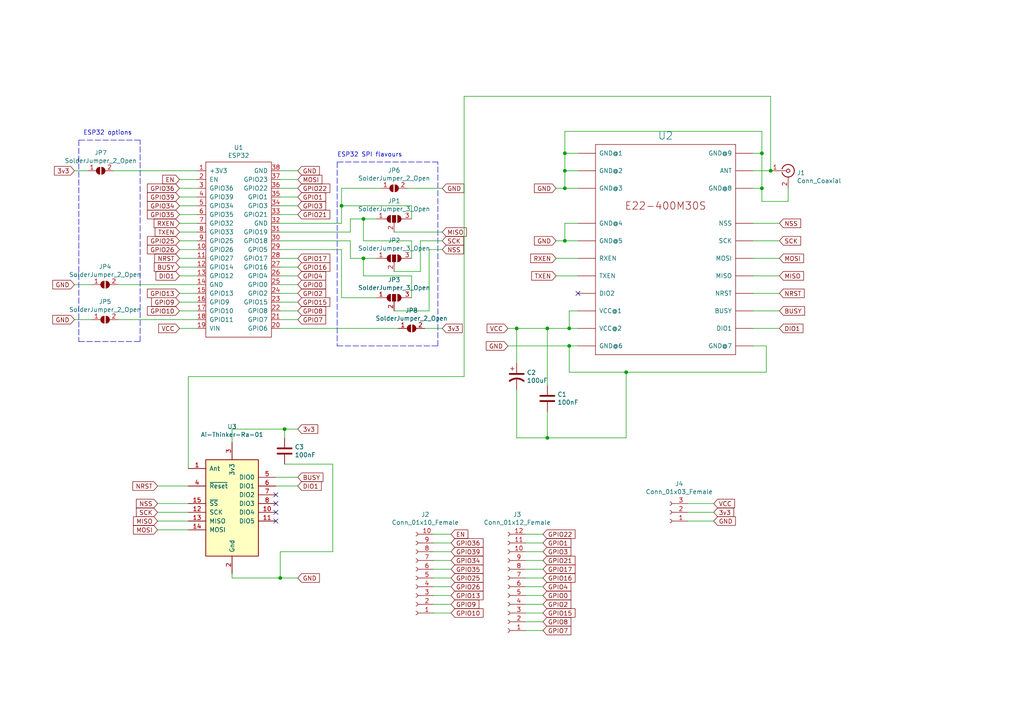
<source format=kicad_sch>
(kicad_sch (version 20211123) (generator eeschema)
  (paper "A4")
  (lib_symbols
    (symbol "Connector:Conn_01x03_Female" (pin_names (offset 1.016) hide)
      (property "Reference" "J" (at 0 5.08 0))
      (property "Value" "Conn_01x03_Female" (at 0 -5.08 0))
      (symbol "Conn_01x03_Female_1_1"
        (arc (start 0 -2.032) (mid -0.508 -2.54) (end 0 -3.048) (stroke (width 0.1524)))
        (polyline (pts (xy -1.27 -2.54) (xy -0.508 -2.54)) (stroke (width 0.1524)))
        (polyline (pts (xy -1.27 0) (xy -0.508 0)) (stroke (width 0.1524)))
        (polyline (pts (xy -1.27 2.54) (xy -0.508 2.54)) (stroke (width 0.1524)))
        (arc (start 0 0.508) (mid -0.508 0) (end 0 -0.508) (stroke (width 0.1524)))
        (arc (start 0 3.048) (mid -0.508 2.54) (end 0 2.032) (stroke (width 0.1524)))
        (pin passive line (at -5.08 2.54 0) (length 3.81) (name "Pin_1") (number "1"))
        (pin passive line (at -5.08 0 0) (length 3.81) (name "Pin_2") (number "2"))
        (pin passive line (at -5.08 -2.54 0) (length 3.81) (name "Pin_3") (number "3"))
      )
    )
    (symbol "Connector:Conn_01x10_Female" (pin_names (offset 1.016) hide)
      (property "Reference" "J" (at 0 12.7 0))
      (property "Value" "Conn_01x10_Female" (at 0 -15.24 0))
      (symbol "Conn_01x10_Female_1_1"
        (arc (start 0 -12.192) (mid -0.508 -12.7) (end 0 -13.208) (stroke (width 0.1524)))
        (arc (start 0 -9.652) (mid -0.508 -10.16) (end 0 -10.668) (stroke (width 0.1524)))
        (arc (start 0 -7.112) (mid -0.508 -7.62) (end 0 -8.128) (stroke (width 0.1524)))
        (arc (start 0 -4.572) (mid -0.508 -5.08) (end 0 -5.588) (stroke (width 0.1524)))
        (arc (start 0 -2.032) (mid -0.508 -2.54) (end 0 -3.048) (stroke (width 0.1524)))
        (polyline (pts (xy -1.27 -12.7) (xy -0.508 -12.7)) (stroke (width 0.1524)))
        (polyline (pts (xy -1.27 -10.16) (xy -0.508 -10.16)) (stroke (width 0.1524)))
        (polyline (pts (xy -1.27 -7.62) (xy -0.508 -7.62)) (stroke (width 0.1524)))
        (polyline (pts (xy -1.27 -5.08) (xy -0.508 -5.08)) (stroke (width 0.1524)))
        (polyline (pts (xy -1.27 -2.54) (xy -0.508 -2.54)) (stroke (width 0.1524)))
        (polyline (pts (xy -1.27 0) (xy -0.508 0)) (stroke (width 0.1524)))
        (polyline (pts (xy -1.27 2.54) (xy -0.508 2.54)) (stroke (width 0.1524)))
        (polyline (pts (xy -1.27 5.08) (xy -0.508 5.08)) (stroke (width 0.1524)))
        (polyline (pts (xy -1.27 7.62) (xy -0.508 7.62)) (stroke (width 0.1524)))
        (polyline (pts (xy -1.27 10.16) (xy -0.508 10.16)) (stroke (width 0.1524)))
        (arc (start 0 0.508) (mid -0.508 0) (end 0 -0.508) (stroke (width 0.1524)))
        (arc (start 0 3.048) (mid -0.508 2.54) (end 0 2.032) (stroke (width 0.1524)))
        (arc (start 0 5.588) (mid -0.508 5.08) (end 0 4.572) (stroke (width 0.1524)))
        (arc (start 0 8.128) (mid -0.508 7.62) (end 0 7.112) (stroke (width 0.1524)))
        (arc (start 0 10.668) (mid -0.508 10.16) (end 0 9.652) (stroke (width 0.1524)))
        (pin passive line (at -5.08 10.16 0) (length 3.81) (name "Pin_1") (number "1"))
        (pin passive line (at -5.08 -12.7 0) (length 3.81) (name "Pin_10") (number "10"))
        (pin passive line (at -5.08 7.62 0) (length 3.81) (name "Pin_2") (number "2"))
        (pin passive line (at -5.08 5.08 0) (length 3.81) (name "Pin_3") (number "3"))
        (pin passive line (at -5.08 2.54 0) (length 3.81) (name "Pin_4") (number "4"))
        (pin passive line (at -5.08 0 0) (length 3.81) (name "Pin_5") (number "5"))
        (pin passive line (at -5.08 -2.54 0) (length 3.81) (name "Pin_6") (number "6"))
        (pin passive line (at -5.08 -5.08 0) (length 3.81) (name "Pin_7") (number "7"))
        (pin passive line (at -5.08 -7.62 0) (length 3.81) (name "Pin_8") (number "8"))
        (pin passive line (at -5.08 -10.16 0) (length 3.81) (name "Pin_9") (number "9"))
      )
    )
    (symbol "Connector:Conn_01x12_Female" (pin_names (offset 1.016) hide)
      (property "Reference" "J" (at 0 15.24 0))
      (property "Value" "Conn_01x12_Female" (at 0 -17.78 0))
      (symbol "Conn_01x12_Female_1_1"
        (arc (start 0 -14.732) (mid -0.508 -15.24) (end 0 -15.748) (stroke (width 0.1524)))
        (arc (start 0 -12.192) (mid -0.508 -12.7) (end 0 -13.208) (stroke (width 0.1524)))
        (arc (start 0 -9.652) (mid -0.508 -10.16) (end 0 -10.668) (stroke (width 0.1524)))
        (arc (start 0 -7.112) (mid -0.508 -7.62) (end 0 -8.128) (stroke (width 0.1524)))
        (arc (start 0 -4.572) (mid -0.508 -5.08) (end 0 -5.588) (stroke (width 0.1524)))
        (arc (start 0 -2.032) (mid -0.508 -2.54) (end 0 -3.048) (stroke (width 0.1524)))
        (polyline (pts (xy -1.27 -15.24) (xy -0.508 -15.24)) (stroke (width 0.1524)))
        (polyline (pts (xy -1.27 -12.7) (xy -0.508 -12.7)) (stroke (width 0.1524)))
        (polyline (pts (xy -1.27 -10.16) (xy -0.508 -10.16)) (stroke (width 0.1524)))
        (polyline (pts (xy -1.27 -7.62) (xy -0.508 -7.62)) (stroke (width 0.1524)))
        (polyline (pts (xy -1.27 -5.08) (xy -0.508 -5.08)) (stroke (width 0.1524)))
        (polyline (pts (xy -1.27 -2.54) (xy -0.508 -2.54)) (stroke (width 0.1524)))
        (polyline (pts (xy -1.27 0) (xy -0.508 0)) (stroke (width 0.1524)))
        (polyline (pts (xy -1.27 2.54) (xy -0.508 2.54)) (stroke (width 0.1524)))
        (polyline (pts (xy -1.27 5.08) (xy -0.508 5.08)) (stroke (width 0.1524)))
        (polyline (pts (xy -1.27 7.62) (xy -0.508 7.62)) (stroke (width 0.1524)))
        (polyline (pts (xy -1.27 10.16) (xy -0.508 10.16)) (stroke (width 0.1524)))
        (polyline (pts (xy -1.27 12.7) (xy -0.508 12.7)) (stroke (width 0.1524)))
        (arc (start 0 0.508) (mid -0.508 0) (end 0 -0.508) (stroke (width 0.1524)))
        (arc (start 0 3.048) (mid -0.508 2.54) (end 0 2.032) (stroke (width 0.1524)))
        (arc (start 0 5.588) (mid -0.508 5.08) (end 0 4.572) (stroke (width 0.1524)))
        (arc (start 0 8.128) (mid -0.508 7.62) (end 0 7.112) (stroke (width 0.1524)))
        (arc (start 0 10.668) (mid -0.508 10.16) (end 0 9.652) (stroke (width 0.1524)))
        (arc (start 0 13.208) (mid -0.508 12.7) (end 0 12.192) (stroke (width 0.1524)))
        (pin passive line (at -5.08 12.7 0) (length 3.81) (name "Pin_1") (number "1"))
        (pin passive line (at -5.08 -10.16 0) (length 3.81) (name "Pin_10") (number "10"))
        (pin passive line (at -5.08 -12.7 0) (length 3.81) (name "Pin_11") (number "11"))
        (pin passive line (at -5.08 -15.24 0) (length 3.81) (name "Pin_12") (number "12"))
        (pin passive line (at -5.08 10.16 0) (length 3.81) (name "Pin_2") (number "2"))
        (pin passive line (at -5.08 7.62 0) (length 3.81) (name "Pin_3") (number "3"))
        (pin passive line (at -5.08 5.08 0) (length 3.81) (name "Pin_4") (number "4"))
        (pin passive line (at -5.08 2.54 0) (length 3.81) (name "Pin_5") (number "5"))
        (pin passive line (at -5.08 0 0) (length 3.81) (name "Pin_6") (number "6"))
        (pin passive line (at -5.08 -2.54 0) (length 3.81) (name "Pin_7") (number "7"))
        (pin passive line (at -5.08 -5.08 0) (length 3.81) (name "Pin_8") (number "8"))
        (pin passive line (at -5.08 -7.62 0) (length 3.81) (name "Pin_9") (number "9"))
      )
    )
    (symbol "Connector:Conn_Coaxial" (pin_names (offset 1.016) hide)
      (property "Reference" "J" (at 0.254 3.048 0))
      (property "Value" "Conn_Coaxial" (at 2.921 0 90))
      (symbol "Conn_Coaxial_0_1"
        (arc (start -1.778 -0.508) (mid 0.2311 -1.8066) (end 1.778 0) (stroke (width 0.254)))
        (polyline (pts (xy -2.54 0) (xy -0.508 0)))
        (polyline (pts (xy 0 -2.54) (xy 0 -1.778)))
        (circle (center 0 0) (radius 0.508) (stroke (width 0.2032)))
        (arc (start 1.778 0) (mid 0.2099 1.8101) (end -1.778 0.508) (stroke (width 0.254)))
      )
      (symbol "Conn_Coaxial_1_1"
        (pin passive line (at -5.08 0 0) (length 2.54) (name "In") (number "1"))
        (pin passive line (at 0 -5.08 90) (length 2.54) (name "Ext") (number "2"))
      )
    )
    (symbol "Device:C" (pin_numbers hide) (pin_names (offset 0.254))
      (property "Reference" "C" (at 0.635 2.54 0))
      (property "Value" "C" (at 0.635 -2.54 0))
      (symbol "C_0_1"
        (polyline (pts (xy -2.032 -0.762) (xy 2.032 -0.762)) (stroke (width 0.508)))
        (polyline (pts (xy -2.032 0.762) (xy 2.032 0.762)) (stroke (width 0.508)))
      )
      (symbol "C_1_1"
        (pin passive line (at 0 3.81 270) (length 2.794) (name "~") (number "1"))
        (pin passive line (at 0 -3.81 90) (length 2.794) (name "~") (number "2"))
      )
    )
    (symbol "Jumper:SolderJumper_2_Open" (pin_names (offset 0) hide)
      (property "Reference" "JP" (at 0 2.032 0))
      (property "Value" "SolderJumper_2_Open" (at 0 -2.54 0))
      (symbol "SolderJumper_2_Open_0_1"
        (arc (start -0.254 1.016) (mid -1.27 0) (end -0.254 -1.016))
        (arc (start -0.254 1.016) (mid -1.27 0) (end -0.254 -1.016) (fill (type outline)))
        (polyline (pts (xy -0.254 1.016) (xy -0.254 -1.016)))
        (polyline (pts (xy 0.254 1.016) (xy 0.254 -1.016)))
        (arc (start 0.254 -1.016) (mid 1.27 0) (end 0.254 1.016))
        (arc (start 0.254 -1.016) (mid 1.27 0) (end 0.254 1.016) (fill (type outline)))
      )
      (symbol "SolderJumper_2_Open_1_1"
        (pin passive line (at -3.81 0 0) (length 2.54) (name "A") (number "1"))
        (pin passive line (at 3.81 0 180) (length 2.54) (name "B") (number "2"))
      )
    )
    (symbol "lora_tracker-rescue:Ai-Thinker-Ra-01-RF_Module" (pin_names (offset 1.016))
      (property "Reference" "U" (at 2.54 17.78 0))
      (property "Value" "Ai-Thinker-Ra-01-RF_Module" (at 10.16 -13.97 0))
      (symbol "Ai-Thinker-Ra-01-RF_Module_0_1"
        (rectangle (start -7.62 15.24) (end 7.62 -12.7) (stroke (width 0.254)) (fill (type background)))
      )
      (symbol "Ai-Thinker-Ra-01-RF_Module_1_1"
        (pin input line (at -12.7 12.7 0) (length 5.08) (name "Ant") (number "1"))
        (pin bidirectional line (at 12.7 0 180) (length 5.08) (name "DIO4") (number "10"))
        (pin bidirectional line (at 12.7 -2.54 180) (length 5.08) (name "DIO5") (number "11"))
        (pin bidirectional line (at -12.7 0 0) (length 5.08) (name "SCK") (number "12"))
        (pin output line (at -12.7 -2.54 0) (length 5.08) (name "MISO") (number "13"))
        (pin input line (at -12.7 -5.08 0) (length 5.08) (name "MOSI") (number "14"))
        (pin input line (at -12.7 2.54 0) (length 5.08) (name "~{SS}") (number "15"))
        (pin passive line (at 0 -17.78 90) (length 5.08) hide (name "Gnd") (number "16"))
        (pin power_in line (at 0 -17.78 90) (length 5.08) (name "Gnd") (number "2"))
        (pin power_in line (at 0 20.32 270) (length 5.08) (name "3v3") (number "3"))
        (pin input line (at -12.7 7.62 0) (length 5.08) (name "~{Reset}") (number "4"))
        (pin bidirectional line (at 12.7 10.16 180) (length 5.08) (name "DIO0") (number "5"))
        (pin bidirectional line (at 12.7 7.62 180) (length 5.08) (name "DIO1") (number "6"))
        (pin bidirectional line (at 12.7 5.08 180) (length 5.08) (name "DIO2") (number "7"))
        (pin bidirectional line (at 12.7 2.54 180) (length 5.08) (name "DIO3") (number "8"))
        (pin passive line (at 0 -17.78 90) (length 5.08) hide (name "Gnd") (number "9"))
      )
    )
    (symbol "lora_tracker-rescue:CP1-Device" (pin_numbers hide) (pin_names (offset 0.254) hide)
      (property "Reference" "C" (at 0.635 2.54 0))
      (property "Value" "CP1-Device" (at 0.635 -2.54 0))
      (symbol "CP1-Device_0_1"
        (polyline (pts (xy -2.032 0.762) (xy 2.032 0.762)) (stroke (width 0.508)))
        (polyline (pts (xy -1.778 2.286) (xy -0.762 2.286)))
        (polyline (pts (xy -1.27 1.778) (xy -1.27 2.794)))
        (arc (start 2.032 -1.27) (mid 0 -0.5572) (end -2.032 -1.27) (stroke (width 0.508)))
      )
      (symbol "CP1-Device_1_1"
        (pin passive line (at 0 3.81 270) (length 2.794) (name "~") (number "1"))
        (pin passive line (at 0 -3.81 90) (length 3.302) (name "~") (number "2"))
      )
    )
    (symbol "lora_tracker-rescue:SolderJumper_3_Open-Jumper" (pin_names (offset 0) hide)
      (property "Reference" "JP" (at -2.54 -2.54 0))
      (property "Value" "SolderJumper_3_Open-Jumper" (at 0 2.794 0))
      (symbol "SolderJumper_3_Open-Jumper_0_1"
        (arc (start -1.016 1.016) (mid -2.032 0) (end -1.016 -1.016))
        (arc (start -1.016 1.016) (mid -2.032 0) (end -1.016 -1.016) (fill (type outline)))
        (rectangle (start -0.508 1.016) (end 0.508 -1.016) (fill (type outline)))
        (polyline (pts (xy -2.54 0) (xy -2.032 0)))
        (polyline (pts (xy -1.016 1.016) (xy -1.016 -1.016)))
        (polyline (pts (xy 0 -1.27) (xy 0 -1.016)))
        (polyline (pts (xy 1.016 1.016) (xy 1.016 -1.016)))
        (polyline (pts (xy 2.54 0) (xy 2.032 0)))
        (arc (start 1.016 -1.016) (mid 2.032 0) (end 1.016 1.016))
        (arc (start 1.016 -1.016) (mid 2.032 0) (end 1.016 1.016) (fill (type outline)))
      )
      (symbol "SolderJumper_3_Open-Jumper_1_1"
        (pin passive line (at -5.08 0 0) (length 2.54) (name "A") (number "1"))
        (pin input line (at 0 -3.81 90) (length 2.54) (name "C") (number "2"))
        (pin passive line (at 5.08 0 180) (length 2.54) (name "B") (number "3"))
      )
    )
    (symbol "lora_tracker:E22-400M30S" (pin_names (offset 1.016))
      (property "Reference" "U" (at -20.32 33.02 0))
      (symbol "E22-400M30S_1_0"
        (polyline (pts (xy -20.32 -30.48) (xy 20.32 -30.48)))
        (polyline (pts (xy -20.32 30.48) (xy -20.32 -30.48)))
        (polyline (pts (xy 20.32 -30.48) (xy 20.32 30.48)))
        (polyline (pts (xy 20.32 30.48) (xy -20.32 30.48)))
        (text "E22-400M30S" (at 0 12.7 0) (effects (font (size 2.159 2.159))))
        (pin bidirectional line (at -25.4 27.94 0) (length 5.08) (name "GND@1") (number "1"))
        (pin bidirectional line (at -25.4 -22.86 0) (length 5.08) (name "VCC@2") (number "10"))
        (pin bidirectional line (at -25.4 -27.94 0) (length 5.08) (name "GND@6") (number "11"))
        (pin bidirectional line (at 25.4 -27.94 180) (length 5.08) (name "GND@7") (number "12"))
        (pin bidirectional line (at 25.4 -22.86 180) (length 5.08) (name "DIO1") (number "13"))
        (pin bidirectional line (at 25.4 -17.78 180) (length 5.08) (name "BUSY") (number "14"))
        (pin bidirectional line (at 25.4 -12.7 180) (length 5.08) (name "NRST") (number "15"))
        (pin bidirectional line (at 25.4 -7.62 180) (length 5.08) (name "MISO") (number "16"))
        (pin bidirectional line (at 25.4 -2.54 180) (length 5.08) (name "MOSI") (number "17"))
        (pin bidirectional line (at 25.4 2.54 180) (length 5.08) (name "SCK") (number "18"))
        (pin bidirectional line (at 25.4 7.62 180) (length 5.08) (name "NSS") (number "19"))
        (pin bidirectional line (at -25.4 22.86 0) (length 5.08) (name "GND@2") (number "2"))
        (pin bidirectional line (at 25.4 17.78 180) (length 5.08) (name "GND@8") (number "20"))
        (pin bidirectional line (at 25.4 22.86 180) (length 5.08) (name "ANT") (number "21"))
        (pin bidirectional line (at 25.4 27.94 180) (length 5.08) (name "GND@9") (number "22"))
        (pin bidirectional line (at -25.4 17.78 0) (length 5.08) (name "GND@3") (number "3"))
        (pin bidirectional line (at -25.4 7.62 0) (length 5.08) (name "GND@4") (number "4"))
        (pin bidirectional line (at -25.4 2.54 0) (length 5.08) (name "GND@5") (number "5"))
        (pin bidirectional line (at -25.4 -2.54 0) (length 5.08) (name "RXEN") (number "6"))
        (pin bidirectional line (at -25.4 -7.62 0) (length 5.08) (name "TXEN") (number "7"))
        (pin bidirectional line (at -25.4 -12.7 0) (length 5.08) (name "DIO2") (number "8"))
        (pin bidirectional line (at -25.4 -17.78 0) (length 5.08) (name "VCC@1") (number "9"))
      )
    )
    (symbol "lora_tracker:ESP32" (pin_names (offset 1.016))
      (property "Reference" "U" (at 1.27 3.81 0))
      (property "Value" "ESP32" (at 1.27 1.27 0))
      (symbol "ESP32_0_1"
        (rectangle (start -7.62 0) (end 11.43 -50.8))
      )
      (symbol "ESP32_1_1"
        (pin input line (at -10.16 -2.54 0) (length 2.54) (name "+3V3") (number "1"))
        (pin input line (at -10.16 -25.4 0) (length 2.54) (name "GPIO26") (number "10"))
        (pin input line (at -10.16 -27.94 0) (length 2.54) (name "GPIO27") (number "11"))
        (pin input line (at -10.16 -30.48 0) (length 2.54) (name "GPIO14") (number "12"))
        (pin input line (at -10.16 -33.02 0) (length 2.54) (name "GPIO12") (number "13"))
        (pin input line (at -10.16 -35.56 0) (length 2.54) (name "GND") (number "14"))
        (pin input line (at -10.16 -38.1 0) (length 2.54) (name "GPIO13") (number "15"))
        (pin input line (at -10.16 -40.64 0) (length 2.54) (name "GPIO9") (number "16"))
        (pin input line (at -10.16 -43.18 0) (length 2.54) (name "GPIO10") (number "17"))
        (pin input line (at -10.16 -45.72 0) (length 2.54) (name "GPIO11") (number "18"))
        (pin input line (at -10.16 -48.26 0) (length 2.54) (name "VIN") (number "19"))
        (pin input line (at -10.16 -5.08 0) (length 2.54) (name "EN") (number "2"))
        (pin input line (at 13.97 -48.26 180) (length 2.54) (name "GPIO6") (number "20"))
        (pin input line (at 13.97 -45.72 180) (length 2.54) (name "GPIO7") (number "21"))
        (pin input line (at 13.97 -43.18 180) (length 2.54) (name "GPIO8") (number "22"))
        (pin input line (at 13.97 -40.64 180) (length 2.54) (name "GPIO15") (number "23"))
        (pin input line (at 13.97 -38.1 180) (length 2.54) (name "GPIO2") (number "24"))
        (pin input line (at 13.97 -35.56 180) (length 2.54) (name "GPIO0") (number "25"))
        (pin input line (at 13.97 -33.02 180) (length 2.54) (name "GPIO4") (number "26"))
        (pin input line (at 13.97 -30.48 180) (length 2.54) (name "GPIO16") (number "27"))
        (pin input line (at 13.97 -27.94 180) (length 2.54) (name "GPIO17") (number "28"))
        (pin input line (at 13.97 -25.4 180) (length 2.54) (name "GPIO5") (number "29"))
        (pin input line (at -10.16 -7.62 0) (length 2.54) (name "GPIO36") (number "3"))
        (pin input line (at 13.97 -22.86 180) (length 2.54) (name "GPIO18") (number "30"))
        (pin input line (at 13.97 -20.32 180) (length 2.54) (name "GPIO19") (number "31"))
        (pin input line (at 13.97 -17.78 180) (length 2.54) (name "GND") (number "32"))
        (pin input line (at 13.97 -15.24 180) (length 2.54) (name "GPIO21") (number "33"))
        (pin input line (at 13.97 -12.7 180) (length 2.54) (name "GPIO3") (number "34"))
        (pin input line (at 13.97 -10.16 180) (length 2.54) (name "GPIO1") (number "35"))
        (pin input line (at 13.97 -7.62 180) (length 2.54) (name "GPIO22") (number "36"))
        (pin input line (at 13.97 -5.08 180) (length 2.54) (name "GPIO23") (number "37"))
        (pin input line (at 13.97 -2.54 180) (length 2.54) (name "GND") (number "38"))
        (pin input line (at -10.16 -10.16 0) (length 2.54) (name "GPIO39") (number "4"))
        (pin input line (at -10.16 -12.7 0) (length 2.54) (name "GPIO34") (number "5"))
        (pin input line (at -10.16 -15.24 0) (length 2.54) (name "GPIO35") (number "6"))
        (pin input line (at -10.16 -17.78 0) (length 2.54) (name "GPIO32") (number "7"))
        (pin input line (at -10.16 -20.32 0) (length 2.54) (name "GPIO33") (number "8"))
        (pin input line (at -10.16 -22.86 0) (length 2.54) (name "GPIO25") (number "9"))
      )
    )
  )
  (junction (at 163.83 69.85))
  (junction (at 165.1 100.33))
  (junction (at 220.98 54.61))
  (junction (at 149.86 95.25))
  (junction (at 165.1 95.25))
  (junction (at 158.75 127))
  (junction (at 158.75 95.25))
  (junction (at 99.06 59.69))
  (junction (at 105.41 63.5))
  (junction (at 81.28 167.64))
  (junction (at 82.55 124.46))
  (junction (at 223.52 49.53))
  (junction (at 220.98 44.45))
  (junction (at 163.83 44.45))
  (junction (at 181.61 107.95))
  (junction (at 163.83 54.61))
  (junction (at 163.83 49.53))
  (junction (at 105.41 74.93))
  (no_connect (at 80.01 151.13))
  (no_connect (at 80.01 146.05))
  (no_connect (at 80.01 143.51))
  (no_connect (at 167.64 85.09))
  (no_connect (at 80.01 148.59))
  (wire (pts (xy 163.83 49.53) (xy 163.83 54.61)))
  (wire (pts (xy 167.64 64.77) (xy 163.83 64.77)))
  (wire (pts (xy 86.36 138.43) (xy 80.01 138.43)))
  (wire (pts (xy 52.07 52.07) (xy 57.15 52.07)))
  (wire (pts (xy 81.28 95.25) (xy 115.57 95.25)))
  (wire (pts (xy 128.27 67.31) (xy 114.3 67.31)))
  (wire (pts (xy 165.1 100.33) (xy 167.64 100.33)))
  (wire (pts (xy 52.07 72.39) (xy 57.15 72.39)))
  (wire (pts (xy 33.02 49.53) (xy 57.15 49.53)))
  (polyline (pts (xy 22.86 40.64) (xy 22.86 99.06)))
  (wire (pts (xy 96.52 160.02) (xy 81.28 160.02)))
  (wire (pts (xy 149.86 95.25) (xy 158.75 95.25)))
  (wire (pts (xy 220.98 58.42) (xy 220.98 54.61)))
  (wire (pts (xy 152.4 160.02) (xy 157.48 160.02)))
  (wire (pts (xy 81.28 69.85) (xy 101.6 69.85)))
  (polyline (pts (xy 97.79 46.99) (xy 97.79 100.33)))
  (wire (pts (xy 152.4 175.26) (xy 157.48 175.26)))
  (wire (pts (xy 99.06 59.69) (xy 99.06 64.77)))
  (wire (pts (xy 81.28 82.55) (xy 86.36 82.55)))
  (wire (pts (xy 163.83 64.77) (xy 163.83 69.85)))
  (wire (pts (xy 152.4 154.94) (xy 157.48 154.94)))
  (wire (pts (xy 163.83 54.61) (xy 161.29 54.61)))
  (wire (pts (xy 121.92 78.74) (xy 114.3 78.74)))
  (wire (pts (xy 57.15 90.17) (xy 52.07 90.17)))
  (wire (pts (xy 218.44 90.17) (xy 226.06 90.17)))
  (wire (pts (xy 158.75 119.38) (xy 158.75 127)))
  (wire (pts (xy 125.73 177.8) (xy 130.81 177.8)))
  (wire (pts (xy 52.07 62.23) (xy 57.15 62.23)))
  (wire (pts (xy 152.4 165.1) (xy 157.48 165.1)))
  (wire (pts (xy 81.28 67.31) (xy 101.6 67.31)))
  (wire (pts (xy 110.49 54.61) (xy 99.06 54.61)))
  (wire (pts (xy 81.28 64.77) (xy 99.06 64.77)))
  (wire (pts (xy 161.29 69.85) (xy 163.83 69.85)))
  (wire (pts (xy 45.72 140.97) (xy 54.61 140.97)))
  (wire (pts (xy 105.41 80.01) (xy 105.41 74.93)))
  (wire (pts (xy 167.64 54.61) (xy 163.83 54.61)))
  (wire (pts (xy 152.4 170.18) (xy 157.48 170.18)))
  (wire (pts (xy 109.22 63.5) (xy 105.41 63.5)))
  (wire (pts (xy 163.83 44.45) (xy 163.83 49.53)))
  (wire (pts (xy 222.25 107.95) (xy 222.25 100.33)))
  (wire (pts (xy 81.28 49.53) (xy 86.36 49.53)))
  (wire (pts (xy 220.98 38.1) (xy 220.98 44.45)))
  (wire (pts (xy 165.1 90.17) (xy 165.1 95.25)))
  (wire (pts (xy 149.86 127) (xy 158.75 127)))
  (wire (pts (xy 81.28 87.63) (xy 86.36 87.63)))
  (wire (pts (xy 119.38 59.69) (xy 99.06 59.69)))
  (wire (pts (xy 57.15 87.63) (xy 52.07 87.63)))
  (wire (pts (xy 124.46 72.39) (xy 124.46 90.17)))
  (wire (pts (xy 128.27 72.39) (xy 124.46 72.39)))
  (wire (pts (xy 34.29 82.55) (xy 57.15 82.55)))
  (wire (pts (xy 81.28 62.23) (xy 86.36 62.23)))
  (wire (pts (xy 228.6 58.42) (xy 220.98 58.42)))
  (wire (pts (xy 167.64 44.45) (xy 163.83 44.45)))
  (wire (pts (xy 130.81 154.94) (xy 125.73 154.94)))
  (wire (pts (xy 52.07 57.15) (xy 57.15 57.15)))
  (wire (pts (xy 218.44 74.93) (xy 226.06 74.93)))
  (wire (pts (xy 96.52 134.62) (xy 96.52 160.02)))
  (wire (pts (xy 167.64 80.01) (xy 161.29 80.01)))
  (wire (pts (xy 125.73 172.72) (xy 130.81 172.72)))
  (wire (pts (xy 86.36 140.97) (xy 80.01 140.97)))
  (wire (pts (xy 220.98 54.61) (xy 220.98 44.45)))
  (wire (pts (xy 128.27 69.85) (xy 121.92 69.85)))
  (wire (pts (xy 99.06 54.61) (xy 99.06 59.69)))
  (wire (pts (xy 125.73 165.1) (xy 130.81 165.1)))
  (wire (pts (xy 52.07 80.01) (xy 57.15 80.01)))
  (wire (pts (xy 158.75 111.76) (xy 158.75 95.25)))
  (wire (pts (xy 57.15 64.77) (xy 52.07 64.77)))
  (wire (pts (xy 152.4 162.56) (xy 157.48 162.56)))
  (wire (pts (xy 223.52 27.94) (xy 223.52 49.53)))
  (wire (pts (xy 119.38 86.36) (xy 119.38 80.01)))
  (wire (pts (xy 81.28 92.71) (xy 86.36 92.71)))
  (wire (pts (xy 81.28 57.15) (xy 86.36 57.15)))
  (wire (pts (xy 54.61 109.22) (xy 134.62 109.22)))
  (wire (pts (xy 167.64 90.17) (xy 165.1 90.17)))
  (wire (pts (xy 81.28 54.61) (xy 86.36 54.61)))
  (wire (pts (xy 199.39 146.05) (xy 207.01 146.05)))
  (wire (pts (xy 99.06 86.36) (xy 99.06 72.39)))
  (wire (pts (xy 81.28 167.64) (xy 86.36 167.64)))
  (wire (pts (xy 124.46 90.17) (xy 114.3 90.17)))
  (wire (pts (xy 147.32 100.33) (xy 165.1 100.33)))
  (wire (pts (xy 121.92 69.85) (xy 121.92 78.74)))
  (wire (pts (xy 218.44 54.61) (xy 220.98 54.61)))
  (wire (pts (xy 45.72 151.13) (xy 54.61 151.13)))
  (wire (pts (xy 109.22 86.36) (xy 99.06 86.36)))
  (wire (pts (xy 86.36 52.07) (xy 81.28 52.07)))
  (wire (pts (xy 181.61 127) (xy 181.61 107.95)))
  (wire (pts (xy 218.44 95.25) (xy 226.06 95.25)))
  (wire (pts (xy 81.28 80.01) (xy 86.36 80.01)))
  (wire (pts (xy 81.28 160.02) (xy 81.28 167.64)))
  (wire (pts (xy 81.28 59.69) (xy 86.36 59.69)))
  (wire (pts (xy 167.64 49.53) (xy 163.83 49.53)))
  (wire (pts (xy 82.55 127) (xy 82.55 124.46)))
  (wire (pts (xy 152.4 172.72) (xy 157.48 172.72)))
  (wire (pts (xy 67.31 167.64) (xy 81.28 167.64)))
  (wire (pts (xy 52.07 69.85) (xy 57.15 69.85)))
  (wire (pts (xy 119.38 69.85) (xy 105.41 69.85)))
  (wire (pts (xy 45.72 148.59) (xy 54.61 148.59)))
  (wire (pts (xy 149.86 113.03) (xy 149.86 127)))
  (wire (pts (xy 220.98 44.45) (xy 218.44 44.45)))
  (wire (pts (xy 125.73 170.18) (xy 130.81 170.18)))
  (wire (pts (xy 105.41 63.5) (xy 101.6 63.5)))
  (wire (pts (xy 125.73 175.26) (xy 130.81 175.26)))
  (wire (pts (xy 119.38 80.01) (xy 105.41 80.01)))
  (wire (pts (xy 199.39 151.13) (xy 207.01 151.13)))
  (wire (pts (xy 52.07 59.69) (xy 57.15 59.69)))
  (wire (pts (xy 218.44 85.09) (xy 226.06 85.09)))
  (wire (pts (xy 21.59 49.53) (xy 25.4 49.53)))
  (wire (pts (xy 45.72 153.67) (xy 54.61 153.67)))
  (wire (pts (xy 34.29 92.71) (xy 57.15 92.71)))
  (wire (pts (xy 125.73 160.02) (xy 130.81 160.02)))
  (wire (pts (xy 226.06 69.85) (xy 218.44 69.85)))
  (wire (pts (xy 109.22 74.93) (xy 105.41 74.93)))
  (wire (pts (xy 218.44 80.01) (xy 226.06 80.01)))
  (wire (pts (xy 181.61 107.95) (xy 222.25 107.95)))
  (wire (pts (xy 119.38 74.93) (xy 119.38 69.85)))
  (wire (pts (xy 81.28 90.17) (xy 86.36 90.17)))
  (wire (pts (xy 134.62 27.94) (xy 223.52 27.94)))
  (wire (pts (xy 152.4 167.64) (xy 157.48 167.64)))
  (wire (pts (xy 147.32 95.25) (xy 149.86 95.25)))
  (wire (pts (xy 163.83 38.1) (xy 220.98 38.1)))
  (wire (pts (xy 152.4 180.34) (xy 157.48 180.34)))
  (wire (pts (xy 52.07 74.93) (xy 57.15 74.93)))
  (wire (pts (xy 167.64 74.93) (xy 161.29 74.93)))
  (polyline (pts (xy 97.79 100.33) (xy 127 100.33)))
  (wire (pts (xy 67.31 124.46) (xy 82.55 124.46)))
  (wire (pts (xy 152.4 157.48) (xy 157.48 157.48)))
  (polyline (pts (xy 127 100.33) (xy 127 46.99)))
  (wire (pts (xy 52.07 54.61) (xy 57.15 54.61)))
  (wire (pts (xy 105.41 69.85) (xy 105.41 63.5)))
  (wire (pts (xy 101.6 74.93) (xy 101.6 69.85)))
  (wire (pts (xy 149.86 105.41) (xy 149.86 95.25)))
  (wire (pts (xy 81.28 74.93) (xy 86.36 74.93)))
  (wire (pts (xy 163.83 69.85) (xy 167.64 69.85)))
  (wire (pts (xy 82.55 134.62) (xy 96.52 134.62)))
  (wire (pts (xy 45.72 146.05) (xy 54.61 146.05)))
  (wire (pts (xy 228.6 54.61) (xy 228.6 58.42)))
  (wire (pts (xy 199.39 148.59) (xy 207.01 148.59)))
  (wire (pts (xy 125.73 157.48) (xy 130.81 157.48)))
  (wire (pts (xy 81.28 85.09) (xy 86.36 85.09)))
  (wire (pts (xy 57.15 67.31) (xy 52.07 67.31)))
  (wire (pts (xy 67.31 166.37) (xy 67.31 167.64)))
  (wire (pts (xy 165.1 107.95) (xy 181.61 107.95)))
  (wire (pts (xy 152.4 177.8) (xy 157.48 177.8)))
  (wire (pts (xy 125.73 162.56) (xy 130.81 162.56)))
  (wire (pts (xy 67.31 124.46) (xy 67.31 128.27)))
  (wire (pts (xy 57.15 95.25) (xy 52.07 95.25)))
  (polyline (pts (xy 40.64 99.06) (xy 40.64 40.64)))
  (wire (pts (xy 81.28 72.39) (xy 99.06 72.39)))
  (wire (pts (xy 118.11 54.61) (xy 128.27 54.61)))
  (wire (pts (xy 158.75 95.25) (xy 165.1 95.25)))
  (wire (pts (xy 57.15 85.09) (xy 52.07 85.09)))
  (polyline (pts (xy 40.64 40.64) (xy 22.86 40.64)))
  (polyline (pts (xy 22.86 99.06) (xy 40.64 99.06)))
  (wire (pts (xy 101.6 63.5) (xy 101.6 67.31)))
  (wire (pts (xy 226.06 64.77) (xy 218.44 64.77)))
  (wire (pts (xy 167.64 95.25) (xy 165.1 95.25)))
  (wire (pts (xy 21.59 92.71) (xy 26.67 92.71)))
  (wire (pts (xy 52.07 77.47) (xy 57.15 77.47)))
  (wire (pts (xy 123.19 95.25) (xy 128.27 95.25)))
  (wire (pts (xy 21.59 82.55) (xy 26.67 82.55)))
  (wire (pts (xy 81.28 77.47) (xy 86.36 77.47)))
  (wire (pts (xy 152.4 182.88) (xy 157.48 182.88)))
  (wire (pts (xy 218.44 49.53) (xy 223.52 49.53)))
  (wire (pts (xy 134.62 109.22) (xy 134.62 27.94)))
  (wire (pts (xy 125.73 167.64) (xy 130.81 167.64)))
  (wire (pts (xy 222.25 100.33) (xy 218.44 100.33)))
  (wire (pts (xy 54.61 135.89) (xy 54.61 109.22)))
  (wire (pts (xy 158.75 127) (xy 181.61 127)))
  (wire (pts (xy 119.38 63.5) (xy 119.38 59.69)))
  (wire (pts (xy 82.55 124.46) (xy 86.36 124.46)))
  (wire (pts (xy 165.1 100.33) (xy 165.1 107.95)))
  (wire (pts (xy 163.83 44.45) (xy 163.83 38.1)))
  (polyline (pts (xy 127 46.99) (xy 97.79 46.99)))
  (wire (pts (xy 105.41 74.93) (xy 101.6 74.93)))
  (text "ESP32 SPI flavours" (at 97.79 45.72 0) (effects (font (size 1.27 1.27)) (justify left bottom)))
  (text "ESP32 options" (at 24.13 39.37 0) (effects (font (size 1.27 1.27)) (justify left bottom)))
  (global_label "GPIO1" (shape input) (at 157.48 157.48 0) (property "Intersheet References" "${INTERSHEET_REFS}" (effects hide)))
  (global_label "3v3" (shape input) (at 86.36 124.46 0) (property "Intersheet References" "${INTERSHEET_REFS}" (effects hide)))
  (global_label "GPIO13" (shape input) (at 52.07 85.09 180) (property "Intersheet References" "${INTERSHEET_REFS}" (effects hide)))
  (global_label "GPIO7" (shape input) (at 86.36 92.71 0) (property "Intersheet References" "${INTERSHEET_REFS}" (effects hide)))
  (global_label "GPIO16" (shape input) (at 86.36 77.47 0) (property "Intersheet References" "${INTERSHEET_REFS}" (effects hide)))
  (global_label "GPIO34" (shape input) (at 130.81 162.56 0) (property "Intersheet References" "${INTERSHEET_REFS}" (effects hide)))
  (global_label "GPIO9" (shape input) (at 52.07 87.63 180) (property "Intersheet References" "${INTERSHEET_REFS}" (effects hide)))
  (global_label "GPIO3" (shape input) (at 157.48 160.02 0) (property "Intersheet References" "${INTERSHEET_REFS}" (effects hide)))
  (global_label "GPIO13" (shape input) (at 130.81 172.72 0) (property "Intersheet References" "${INTERSHEET_REFS}" (effects hide)))
  (global_label "MOSI" (shape input) (at 86.36 52.07 0) (property "Intersheet References" "${INTERSHEET_REFS}" (effects hide)))
  (global_label "GPIO1" (shape input) (at 86.36 57.15 0) (property "Intersheet References" "${INTERSHEET_REFS}" (effects hide)))
  (global_label "GPIO17" (shape input) (at 157.48 165.1 0) (property "Intersheet References" "${INTERSHEET_REFS}" (effects hide)))
  (global_label "NRST" (shape input) (at 45.72 140.97 180) (property "Intersheet References" "${INTERSHEET_REFS}" (effects hide)))
  (global_label "GPIO21" (shape input) (at 86.36 62.23 0) (property "Intersheet References" "${INTERSHEET_REFS}" (effects hide)))
  (global_label "NRST" (shape input) (at 52.07 74.93 180) (property "Intersheet References" "${INTERSHEET_REFS}" (effects hide)))
  (global_label "GPIO2" (shape input) (at 86.36 85.09 0) (property "Intersheet References" "${INTERSHEET_REFS}" (effects hide)))
  (global_label "RXEN" (shape input) (at 161.29 74.93 180) (property "Intersheet References" "${INTERSHEET_REFS}" (effects hide)))
  (global_label "GPIO0" (shape input) (at 157.48 172.72 0) (property "Intersheet References" "${INTERSHEET_REFS}" (effects hide)))
  (global_label "GND" (shape input) (at 86.36 49.53 0) (property "Intersheet References" "${INTERSHEET_REFS}" (effects hide)))
  (global_label "NSS" (shape input) (at 128.27 72.39 0) (property "Intersheet References" "${INTERSHEET_REFS}" (effects hide)))
  (global_label "DIO1" (shape input) (at 86.36 140.97 0) (property "Intersheet References" "${INTERSHEET_REFS}" (effects hide)))
  (global_label "GPIO16" (shape input) (at 157.48 167.64 0) (property "Intersheet References" "${INTERSHEET_REFS}" (effects hide)))
  (global_label "GPIO22" (shape input) (at 157.48 154.94 0) (property "Intersheet References" "${INTERSHEET_REFS}" (effects hide)))
  (global_label "GND" (shape input) (at 86.36 167.64 0) (property "Intersheet References" "${INTERSHEET_REFS}" (effects hide)))
  (global_label "BUSY" (shape input) (at 226.06 90.17 0) (property "Intersheet References" "${INTERSHEET_REFS}" (effects hide)))
  (global_label "GPIO10" (shape input) (at 130.81 177.8 0) (property "Intersheet References" "${INTERSHEET_REFS}" (effects hide)))
  (global_label "GND" (shape input) (at 207.01 151.13 0) (property "Intersheet References" "${INTERSHEET_REFS}" (effects hide)))
  (global_label "BUSY" (shape input) (at 52.07 77.47 180) (property "Intersheet References" "${INTERSHEET_REFS}" (effects hide)))
  (global_label "TXEN" (shape input) (at 161.29 80.01 180) (property "Intersheet References" "${INTERSHEET_REFS}" (effects hide)))
  (global_label "GPIO26" (shape input) (at 52.07 72.39 180) (property "Intersheet References" "${INTERSHEET_REFS}" (effects hide)))
  (global_label "3v3" (shape input) (at 207.01 148.59 0) (property "Intersheet References" "${INTERSHEET_REFS}" (effects hide)))
  (global_label "GND" (shape input) (at 161.29 69.85 180) (property "Intersheet References" "${INTERSHEET_REFS}" (effects hide)))
  (global_label "3v3" (shape input) (at 21.59 49.53 180) (property "Intersheet References" "${INTERSHEET_REFS}" (effects hide)))
  (global_label "GPIO0" (shape input) (at 86.36 82.55 0) (property "Intersheet References" "${INTERSHEET_REFS}" (effects hide)))
  (global_label "MISO" (shape input) (at 128.27 67.31 0) (property "Intersheet References" "${INTERSHEET_REFS}" (effects hide)))
  (global_label "RXEN" (shape input) (at 52.07 64.77 180) (property "Intersheet References" "${INTERSHEET_REFS}" (effects hide)))
  (global_label "SCK" (shape input) (at 128.27 69.85 0) (property "Intersheet References" "${INTERSHEET_REFS}" (effects hide)))
  (global_label "GND" (shape input) (at 161.29 54.61 180) (property "Intersheet References" "${INTERSHEET_REFS}" (effects hide)))
  (global_label "GPIO10" (shape input) (at 52.07 90.17 180) (property "Intersheet References" "${INTERSHEET_REFS}" (effects hide)))
  (global_label "GPIO34" (shape input) (at 52.07 59.69 180) (property "Intersheet References" "${INTERSHEET_REFS}" (effects hide)))
  (global_label "MISO" (shape input) (at 45.72 151.13 180) (property "Intersheet References" "${INTERSHEET_REFS}" (effects hide)))
  (global_label "GND" (shape input) (at 21.59 82.55 180) (property "Intersheet References" "${INTERSHEET_REFS}" (effects hide)))
  (global_label "GPIO4" (shape input) (at 157.48 170.18 0) (property "Intersheet References" "${INTERSHEET_REFS}" (effects hide)))
  (global_label "VCC" (shape input) (at 147.32 95.25 180) (property "Intersheet References" "${INTERSHEET_REFS}" (effects hide)))
  (global_label "VCC" (shape input) (at 52.07 95.25 180) (property "Intersheet References" "${INTERSHEET_REFS}" (effects hide)))
  (global_label "GPIO25" (shape input) (at 130.81 167.64 0) (property "Intersheet References" "${INTERSHEET_REFS}" (effects hide)))
  (global_label "VCC" (shape input) (at 207.01 146.05 0) (property "Intersheet References" "${INTERSHEET_REFS}" (effects hide)))
  (global_label "GPIO25" (shape input) (at 52.07 69.85 180) (property "Intersheet References" "${INTERSHEET_REFS}" (effects hide)))
  (global_label "GPIO9" (shape input) (at 130.81 175.26 0) (property "Intersheet References" "${INTERSHEET_REFS}" (effects hide)))
  (global_label "GPIO36" (shape input) (at 130.81 157.48 0) (property "Intersheet References" "${INTERSHEET_REFS}" (effects hide)))
  (global_label "GPIO7" (shape input) (at 157.48 182.88 0) (property "Intersheet References" "${INTERSHEET_REFS}" (effects hide)))
  (global_label "MISO" (shape input) (at 226.06 80.01 0) (property "Intersheet References" "${INTERSHEET_REFS}" (effects hide)))
  (global_label "GND" (shape input) (at 21.59 92.71 180) (property "Intersheet References" "${INTERSHEET_REFS}" (effects hide)))
  (global_label "TXEN" (shape input) (at 52.07 67.31 180) (property "Intersheet References" "${INTERSHEET_REFS}" (effects hide)))
  (global_label "EN" (shape input) (at 52.07 52.07 180) (property "Intersheet References" "${INTERSHEET_REFS}" (effects hide)))
  (global_label "MOSI" (shape input) (at 45.72 153.67 180) (property "Intersheet References" "${INTERSHEET_REFS}" (effects hide)))
  (global_label "NRST" (shape input) (at 226.06 85.09 0) (property "Intersheet References" "${INTERSHEET_REFS}" (effects hide)))
  (global_label "GPIO17" (shape input) (at 86.36 74.93 0) (property "Intersheet References" "${INTERSHEET_REFS}" (effects hide)))
  (global_label "SCK" (shape input) (at 226.06 69.85 0) (property "Intersheet References" "${INTERSHEET_REFS}" (effects hide)))
  (global_label "GPIO36" (shape input) (at 52.07 54.61 180) (property "Intersheet References" "${INTERSHEET_REFS}" (effects hide)))
  (global_label "GPIO8" (shape input) (at 157.48 180.34 0) (property "Intersheet References" "${INTERSHEET_REFS}" (effects hide)))
  (global_label "GND" (shape input) (at 128.27 54.61 0) (property "Intersheet References" "${INTERSHEET_REFS}" (effects hide)))
  (global_label "GPIO2" (shape input) (at 157.48 175.26 0) (property "Intersheet References" "${INTERSHEET_REFS}" (effects hide)))
  (global_label "GPIO3" (shape input) (at 86.36 59.69 0) (property "Intersheet References" "${INTERSHEET_REFS}" (effects hide)))
  (global_label "GPIO35" (shape input) (at 52.07 62.23 180) (property "Intersheet References" "${INTERSHEET_REFS}" (effects hide)))
  (global_label "MOSI" (shape input) (at 226.06 74.93 0) (property "Intersheet References" "${INTERSHEET_REFS}" (effects hide)))
  (global_label "GPIO26" (shape input) (at 130.81 170.18 0) (property "Intersheet References" "${INTERSHEET_REFS}" (effects hide)))
  (global_label "EN" (shape input) (at 130.81 154.94 0) (property "Intersheet References" "${INTERSHEET_REFS}" (effects hide)))
  (global_label "GPIO15" (shape input) (at 157.48 177.8 0) (property "Intersheet References" "${INTERSHEET_REFS}" (effects hide)))
  (global_label "BUSY" (shape input) (at 86.36 138.43 0) (property "Intersheet References" "${INTERSHEET_REFS}" (effects hide)))
  (global_label "NSS" (shape input) (at 226.06 64.77 0) (property "Intersheet References" "${INTERSHEET_REFS}" (effects hide)))
  (global_label "GPIO21" (shape input) (at 157.48 162.56 0) (property "Intersheet References" "${INTERSHEET_REFS}" (effects hide)))
  (global_label "DIO1" (shape input) (at 226.06 95.25 0) (property "Intersheet References" "${INTERSHEET_REFS}" (effects hide)))
  (global_label "GPIO35" (shape input) (at 130.81 165.1 0) (property "Intersheet References" "${INTERSHEET_REFS}" (effects hide)))
  (global_label "GPIO4" (shape input) (at 86.36 80.01 0) (property "Intersheet References" "${INTERSHEET_REFS}" (effects hide)))
  (global_label "NSS" (shape input) (at 45.72 146.05 180) (property "Intersheet References" "${INTERSHEET_REFS}" (effects hide)))
  (global_label "SCK" (shape input) (at 45.72 148.59 180) (property "Intersheet References" "${INTERSHEET_REFS}" (effects hide)))
  (global_label "GPIO8" (shape input) (at 86.36 90.17 0) (property "Intersheet References" "${INTERSHEET_REFS}" (effects hide)))
  (global_label "GPIO39" (shape input) (at 130.81 160.02 0) (property "Intersheet References" "${INTERSHEET_REFS}" (effects hide)))
  (global_label "GPIO39" (shape input) (at 52.07 57.15 180) (property "Intersheet References" "${INTERSHEET_REFS}" (effects hide)))
  (global_label "GPIO15" (shape input) (at 86.36 87.63 0) (property "Intersheet References" "${INTERSHEET_REFS}" (effects hide)))
  (global_label "DIO1" (shape input) (at 52.07 80.01 180) (property "Intersheet References" "${INTERSHEET_REFS}" (effects hide)))
  (global_label "3v3" (shape input) (at 128.27 95.25 0) (property "Intersheet References" "${INTERSHEET_REFS}" (effects hide)))
  (global_label "GPIO22" (shape input) (at 86.36 54.61 0) (property "Intersheet References" "${INTERSHEET_REFS}" (effects hide)))
  (global_label "GND" (shape input) (at 147.32 100.33 180) (property "Intersheet References" "${INTERSHEET_REFS}" (effects hide)))
  (symbol (lib_id "lora_tracker:E22-400M30S") (at 193.04 72.39 0) (unit 1)
    (property "Reference" "U2" (at 193.04 39.37 0) (effects (font (size 2.159 2.159))))
    (property "Value" "E22-400M30S" (effects hide))
    (property "Footprint" "lora_tracker:E22-400M30S" (effects hide))
  )
  (symbol (lib_id "lora_tracker:ESP32") (at 67.31 46.99 0) (unit 1)
    (property "Reference" "U1" (at 69.215 42.799 0))
    (property "Value" "ESP32" (at 69.215 45.1104 0))
    (property "Footprint" "lora_tracker:esp32-devkit-wide" (effects hide))
  )
  (symbol (lib_id "Connector:Conn_Coaxial") (at 228.6 49.53 0) (unit 1)
    (property "Reference" "J1" (at 231.1146 50.1396 0) (effects (justify left)))
    (property "Value" "Conn_Coaxial" (at 231.1146 52.451 0) (effects (justify left)))
    (property "Footprint" "Connector_Coaxial:SMA_Samtec_SMA-J-P-H-ST-EM1_EdgeMount" (effects hide))
    (property "Datasheet" " ~" (effects hide))
  )
  (symbol (lib_id "lora_tracker-rescue:SolderJumper_3_Open-Jumper") (at 114.3 63.5 0) (unit 1)
    (property "Reference" "JP1" (at 114.3 58.293 0))
    (property "Value" "SolderJumper_3_Open" (at 114.3 60.6044 0))
    (property "Footprint" "Jumper:SolderJumper-3_P1.3mm_Open_Pad1.0x1.5mm" (effects hide))
  )
  (symbol (lib_id "lora_tracker-rescue:SolderJumper_3_Open-Jumper") (at 114.3 74.93 0) (unit 1)
    (property "Reference" "JP2" (at 114.3 69.723 0))
    (property "Value" "SolderJumper_3_Open" (at 114.3 72.0344 0))
    (property "Footprint" "Jumper:SolderJumper-3_P1.3mm_Open_Pad1.0x1.5mm" (effects hide))
  )
  (symbol (lib_id "lora_tracker-rescue:SolderJumper_3_Open-Jumper") (at 114.3 86.36 0) (unit 1)
    (property "Reference" "JP3" (at 114.3 81.153 0))
    (property "Value" "SolderJumper_3_Open" (at 114.3 83.4644 0))
    (property "Footprint" "Jumper:SolderJumper-3_P1.3mm_Open_Pad1.0x1.5mm" (effects hide))
  )
  (symbol (lib_id "Jumper:SolderJumper_2_Open") (at 30.48 82.55 0) (unit 1)
    (property "Reference" "JP4" (at 30.48 77.343 0))
    (property "Value" "SolderJumper_2_Open" (at 30.48 79.6544 0))
    (property "Footprint" "Jumper:SolderJumper-2_P1.3mm_Open_Pad1.0x1.5mm" (effects hide))
  )
  (symbol (lib_id "Jumper:SolderJumper_2_Open") (at 30.48 92.71 0) (unit 1)
    (property "Reference" "JP5" (at 30.48 87.503 0))
    (property "Value" "SolderJumper_2_Open" (at 30.48 89.8144 0))
    (property "Footprint" "Jumper:SolderJumper-2_P1.3mm_Open_Pad1.0x1.5mm" (effects hide))
  )
  (symbol (lib_id "Jumper:SolderJumper_2_Open") (at 114.3 54.61 0) (unit 1)
    (property "Reference" "JP6" (at 114.3 49.403 0))
    (property "Value" "SolderJumper_2_Open" (at 114.3 51.7144 0))
    (property "Footprint" "Jumper:SolderJumper-2_P1.3mm_Open_Pad1.0x1.5mm" (effects hide))
  )
  (symbol (lib_id "lora_tracker-rescue:CP1-Device") (at 149.86 109.22 0) (unit 1)
    (property "Reference" "C2" (at 152.781 108.0516 0) (effects (justify left)))
    (property "Value" "100uF" (at 152.781 110.363 0) (effects (justify left)))
    (property "Footprint" "Capacitor_SMD:CP_Elec_3x5.3" (effects hide))
  )
  (symbol (lib_id "Device:C") (at 158.75 115.57 0) (unit 1)
    (property "Reference" "C1" (at 161.671 114.4016 0) (effects (justify left)))
    (property "Value" "100nF" (at 161.671 116.713 0) (effects (justify left)))
    (property "Footprint" "Capacitor_SMD:C_0603_1608Metric_Pad1.05x0.95mm_HandSolder" (effects hide))
  )
  (symbol (lib_id "lora_tracker-rescue:Ai-Thinker-Ra-01-RF_Module") (at 67.31 148.59 0) (unit 1)
    (property "Reference" "U3" (at 67.31 123.7488 0))
    (property "Value" "Ai-Thinker-Ra-01" (at 67.31 126.0602 0))
    (property "Footprint" "RF_Module:Ai-Thinker-Ra-01-LoRa" (effects hide))
    (property "Datasheet" "https://mikroelectron.com/Product/10KM-433M-LORA-LONG-RANGE-WIRELESS-MODULE-RA-01" (effects hide))
  )
  (symbol (lib_id "Jumper:SolderJumper_2_Open") (at 119.38 95.25 0) (unit 1)
    (property "Reference" "JP8" (at 119.38 90.043 0))
    (property "Value" "SolderJumper_2_Open" (at 119.38 92.3544 0))
    (property "Footprint" "Jumper:SolderJumper-2_P1.3mm_Open_Pad1.0x1.5mm" (effects hide))
  )
  (symbol (lib_id "Jumper:SolderJumper_2_Open") (at 29.21 49.53 0) (unit 1)
    (property "Reference" "JP7" (at 29.21 44.323 0))
    (property "Value" "SolderJumper_2_Open" (at 29.21 46.6344 0))
    (property "Footprint" "Jumper:SolderJumper-2_P1.3mm_Open_Pad1.0x1.5mm" (effects hide))
  )
  (symbol (lib_id "Device:C") (at 82.55 130.81 0) (unit 1)
    (property "Reference" "C3" (at 85.471 129.6416 0) (effects (justify left)))
    (property "Value" "100nF" (at 85.471 131.953 0) (effects (justify left)))
    (property "Footprint" "Capacitor_SMD:C_0603_1608Metric_Pad1.05x0.95mm_HandSolder" (effects hide))
  )
  (symbol (lib_id "Connector:Conn_01x10_Female") (at 120.65 167.64 180) (unit 1)
    (property "Reference" "J2" (at 123.3424 149.225 0))
    (property "Value" "Conn_01x10_Female" (at 123.3424 151.5364 0))
    (property "Footprint" "Connector_PinSocket_2.54mm:PinSocket_1x10_P2.54mm_Vertical" (effects hide))
  )
  (symbol (lib_id "Connector:Conn_01x12_Female") (at 147.32 170.18 180) (unit 1)
    (property "Reference" "J3" (at 150.0124 149.225 0))
    (property "Value" "Conn_01x12_Female" (at 150.0124 151.5364 0))
    (property "Footprint" "Connector_PinSocket_2.54mm:PinSocket_1x12_P2.54mm_Vertical" (effects hide))
  )
  (symbol (lib_id "Connector:Conn_01x03_Female") (at 194.31 148.59 180) (unit 1)
    (property "Reference" "J4" (at 197.0024 140.335 0))
    (property "Value" "Conn_01x03_Female" (at 197.0024 142.6464 0))
    (property "Footprint" "Connector_PinSocket_2.54mm:PinSocket_1x03_P2.54mm_Vertical" (effects hide))
  )
)
</source>
